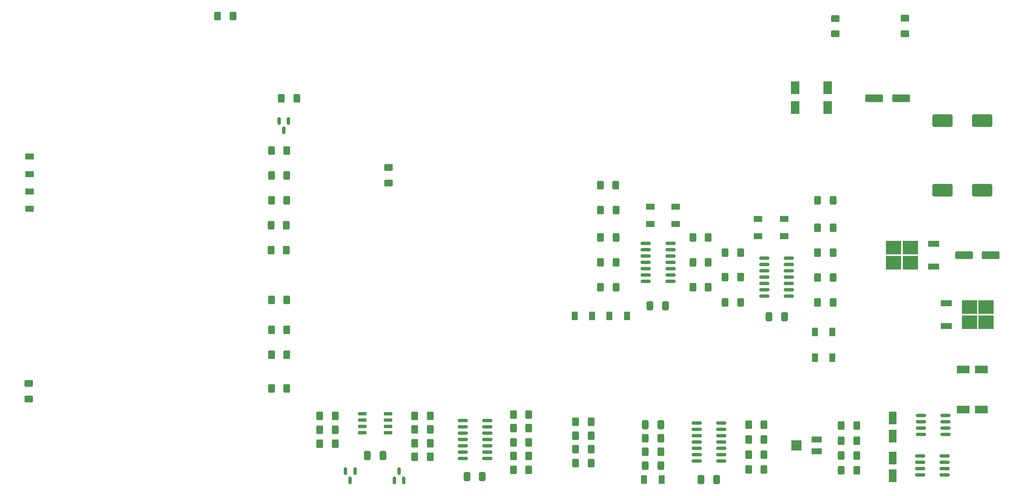
<source format=gbr>
%TF.GenerationSoftware,KiCad,Pcbnew,6.0.6-3a73a75311~116~ubuntu21.10.1*%
%TF.CreationDate,2022-09-23T00:03:14+02:00*%
%TF.ProjectId,polykit-x-monosynth,706f6c79-6b69-4742-9d78-2d6d6f6e6f73,v0.0.2*%
%TF.SameCoordinates,Original*%
%TF.FileFunction,Paste,Top*%
%TF.FilePolarity,Positive*%
%FSLAX46Y46*%
G04 Gerber Fmt 4.6, Leading zero omitted, Abs format (unit mm)*
G04 Created by KiCad (PCBNEW 6.0.6-3a73a75311~116~ubuntu21.10.1) date 2022-09-23 00:03:14*
%MOMM*%
%LPD*%
G01*
G04 APERTURE LIST*
G04 Aperture macros list*
%AMRoundRect*
0 Rectangle with rounded corners*
0 $1 Rounding radius*
0 $2 $3 $4 $5 $6 $7 $8 $9 X,Y pos of 4 corners*
0 Add a 4 corners polygon primitive as box body*
4,1,4,$2,$3,$4,$5,$6,$7,$8,$9,$2,$3,0*
0 Add four circle primitives for the rounded corners*
1,1,$1+$1,$2,$3*
1,1,$1+$1,$4,$5*
1,1,$1+$1,$6,$7*
1,1,$1+$1,$8,$9*
0 Add four rect primitives between the rounded corners*
20,1,$1+$1,$2,$3,$4,$5,0*
20,1,$1+$1,$4,$5,$6,$7,0*
20,1,$1+$1,$6,$7,$8,$9,0*
20,1,$1+$1,$8,$9,$2,$3,0*%
G04 Aperture macros list end*
%ADD10RoundRect,0.250000X0.625000X-0.400000X0.625000X0.400000X-0.625000X0.400000X-0.625000X-0.400000X0*%
%ADD11RoundRect,0.250000X-0.400000X-0.625000X0.400000X-0.625000X0.400000X0.625000X-0.400000X0.625000X0*%
%ADD12RoundRect,0.250000X-0.550000X1.050000X-0.550000X-1.050000X0.550000X-1.050000X0.550000X1.050000X0*%
%ADD13RoundRect,0.250000X-0.412500X-0.650000X0.412500X-0.650000X0.412500X0.650000X-0.412500X0.650000X0*%
%ADD14RoundRect,0.250000X0.400000X0.625000X-0.400000X0.625000X-0.400000X-0.625000X0.400000X-0.625000X0*%
%ADD15RoundRect,0.250000X0.412500X0.650000X-0.412500X0.650000X-0.412500X-0.650000X0.412500X-0.650000X0*%
%ADD16RoundRect,0.150000X-0.150000X0.587500X-0.150000X-0.587500X0.150000X-0.587500X0.150000X0.587500X0*%
%ADD17RoundRect,0.150000X-0.825000X-0.150000X0.825000X-0.150000X0.825000X0.150000X-0.825000X0.150000X0*%
%ADD18R,1.700000X1.300000*%
%ADD19R,3.050000X2.750000*%
%ADD20R,2.200000X1.200000*%
%ADD21R,1.300000X1.700000*%
%ADD22RoundRect,0.150000X0.150000X-0.587500X0.150000X0.587500X-0.150000X0.587500X-0.150000X-0.587500X0*%
%ADD23R,2.000000X1.300000*%
%ADD24R,2.000000X2.000000*%
%ADD25R,1.800000X2.500000*%
%ADD26RoundRect,0.150000X-0.725000X-0.150000X0.725000X-0.150000X0.725000X0.150000X-0.725000X0.150000X0*%
%ADD27RoundRect,0.250000X-1.500000X-0.550000X1.500000X-0.550000X1.500000X0.550000X-1.500000X0.550000X0*%
%ADD28RoundRect,0.250000X1.050000X0.550000X-1.050000X0.550000X-1.050000X-0.550000X1.050000X-0.550000X0*%
%ADD29RoundRect,0.250000X-1.050000X-0.550000X1.050000X-0.550000X1.050000X0.550000X-1.050000X0.550000X0*%
%ADD30RoundRect,0.250000X0.550000X-1.050000X0.550000X1.050000X-0.550000X1.050000X-0.550000X-1.050000X0*%
%ADD31RoundRect,0.250000X1.750000X1.000000X-1.750000X1.000000X-1.750000X-1.000000X1.750000X-1.000000X0*%
%ADD32RoundRect,0.250000X-1.750000X-1.000000X1.750000X-1.000000X1.750000X1.000000X-1.750000X1.000000X0*%
G04 APERTURE END LIST*
D10*
%TO.C,R2*%
X54800000Y-143900000D03*
X54800000Y-140800000D03*
%TD*%
D11*
%TO.C,R5*%
X103450000Y-94000000D03*
X106550000Y-94000000D03*
%TD*%
D12*
%TO.C,C7*%
X228000000Y-155750000D03*
X228000000Y-159350000D03*
%TD*%
D13*
%TO.C,C11*%
X203187500Y-127400000D03*
X206312500Y-127400000D03*
%TD*%
D14*
%TO.C,R22*%
X216050000Y-104000000D03*
X212950000Y-104000000D03*
%TD*%
D11*
%TO.C,R19*%
X164450000Y-151250000D03*
X167550000Y-151250000D03*
%TD*%
D14*
%TO.C,R45*%
X106550000Y-130000000D03*
X103450000Y-130000000D03*
%TD*%
D15*
%TO.C,C9*%
X181512500Y-149025000D03*
X178387500Y-149025000D03*
%TD*%
D16*
%TO.C,Q2*%
X120200000Y-158362500D03*
X118300000Y-158362500D03*
X119250000Y-160237500D03*
%TD*%
%TO.C,Q1*%
X106900000Y-88062500D03*
X105000000Y-88062500D03*
X105950000Y-89937500D03*
%TD*%
D11*
%TO.C,R1*%
X105450000Y-83500000D03*
X108550000Y-83500000D03*
%TD*%
%TO.C,R47*%
X113160000Y-150050000D03*
X116260000Y-150050000D03*
%TD*%
%TO.C,R43*%
X92650000Y-67000000D03*
X95750000Y-67000000D03*
%TD*%
D17*
%TO.C,U8*%
X141800000Y-148230000D03*
X141800000Y-149500000D03*
X141800000Y-150770000D03*
X141800000Y-152040000D03*
X141800000Y-153310000D03*
X141800000Y-154580000D03*
X141800000Y-155850000D03*
X146750000Y-155850000D03*
X146750000Y-154580000D03*
X146750000Y-153310000D03*
X146750000Y-152040000D03*
X146750000Y-150770000D03*
X146750000Y-149500000D03*
X146750000Y-148230000D03*
%TD*%
D18*
%TO.C,D14*%
X55000000Y-105750000D03*
X55000000Y-102250000D03*
%TD*%
D11*
%TO.C,R13*%
X199125000Y-155040000D03*
X202225000Y-155040000D03*
%TD*%
D14*
%TO.C,R52*%
X155050000Y-152600000D03*
X151950000Y-152600000D03*
%TD*%
D11*
%TO.C,R16*%
X164450000Y-156750000D03*
X167550000Y-156750000D03*
%TD*%
D10*
%TO.C,R4*%
X230500000Y-70550000D03*
X230500000Y-67450000D03*
%TD*%
D14*
%TO.C,R18*%
X167550000Y-154000000D03*
X164450000Y-154000000D03*
%TD*%
D19*
%TO.C,U1*%
X246775000Y-125475000D03*
X243425000Y-125475000D03*
X246775000Y-128525000D03*
X243425000Y-128525000D03*
D20*
X238800000Y-124720000D03*
X238800000Y-129280000D03*
%TD*%
D21*
%TO.C,D13*%
X212450000Y-130400000D03*
X215950000Y-130400000D03*
%TD*%
D22*
%TO.C,Q3*%
X128075000Y-160262500D03*
X129975000Y-160262500D03*
X129025000Y-158387500D03*
%TD*%
D18*
%TO.C,D6*%
X201000000Y-107750000D03*
X201000000Y-111250000D03*
%TD*%
D14*
%TO.C,R57*%
X155050000Y-147000000D03*
X151950000Y-147000000D03*
%TD*%
D11*
%TO.C,R12*%
X199125000Y-152040000D03*
X202225000Y-152040000D03*
%TD*%
D14*
%TO.C,R58*%
X106550000Y-124000000D03*
X103450000Y-124000000D03*
%TD*%
D21*
%TO.C,D12*%
X212450000Y-135600000D03*
X215950000Y-135600000D03*
%TD*%
D23*
%TO.C,RV3*%
X212750000Y-154368500D03*
D24*
X208750000Y-153218500D03*
D23*
X212750000Y-152068500D03*
%TD*%
D11*
%TO.C,R11*%
X178400000Y-154500000D03*
X181500000Y-154500000D03*
%TD*%
%TO.C,R38*%
X187950000Y-116500000D03*
X191050000Y-116500000D03*
%TD*%
D10*
%TO.C,R42*%
X126900000Y-100550000D03*
X126900000Y-97450000D03*
%TD*%
D11*
%TO.C,R10*%
X178425000Y-151750000D03*
X181525000Y-151750000D03*
%TD*%
%TO.C,R24*%
X194450000Y-114500000D03*
X197550000Y-114500000D03*
%TD*%
%TO.C,R50*%
X132200000Y-152750000D03*
X135300000Y-152750000D03*
%TD*%
%TO.C,R54*%
X132200000Y-147250000D03*
X135300000Y-147250000D03*
%TD*%
%TO.C,R21*%
X103450000Y-141750000D03*
X106550000Y-141750000D03*
%TD*%
%TO.C,R23*%
X103350000Y-114000000D03*
X106450000Y-114000000D03*
%TD*%
D19*
%TO.C,U2*%
X228225000Y-113475000D03*
X228225000Y-116525000D03*
X231575000Y-116525000D03*
X231575000Y-113475000D03*
D20*
X236200000Y-117280000D03*
X236200000Y-112720000D03*
%TD*%
D18*
%TO.C,D10*%
X184500000Y-105250000D03*
X184500000Y-108750000D03*
%TD*%
D13*
%TO.C,C10*%
X189612500Y-160040000D03*
X192737500Y-160040000D03*
%TD*%
D11*
%TO.C,R17*%
X164450000Y-148500000D03*
X167550000Y-148500000D03*
%TD*%
D25*
%TO.C,D2*%
X215000000Y-81400000D03*
X215000000Y-85400000D03*
%TD*%
D11*
%TO.C,R26*%
X194450000Y-124500000D03*
X197550000Y-124500000D03*
%TD*%
D26*
%TO.C,U9*%
X121675000Y-146845000D03*
X121675000Y-148115000D03*
X121675000Y-149385000D03*
X121675000Y-150655000D03*
X126825000Y-150655000D03*
X126825000Y-149385000D03*
X126825000Y-148115000D03*
X126825000Y-146845000D03*
%TD*%
D11*
%TO.C,R14*%
X178400000Y-157250000D03*
X181500000Y-157250000D03*
%TD*%
D27*
%TO.C,C4*%
X224300000Y-83500000D03*
X229700000Y-83500000D03*
%TD*%
D11*
%TO.C,R48*%
X113150000Y-152880000D03*
X116250000Y-152880000D03*
%TD*%
%TO.C,R34*%
X212950000Y-124500000D03*
X216050000Y-124500000D03*
%TD*%
D14*
%TO.C,R56*%
X155050000Y-149750000D03*
X151950000Y-149750000D03*
%TD*%
D10*
%TO.C,R3*%
X216500000Y-70600000D03*
X216500000Y-67500000D03*
%TD*%
D28*
%TO.C,C6*%
X245800000Y-146000000D03*
X242200000Y-146000000D03*
%TD*%
D11*
%TO.C,R51*%
X132200000Y-150000000D03*
X135300000Y-150000000D03*
%TD*%
%TO.C,R32*%
X103450000Y-99000000D03*
X106550000Y-99000000D03*
%TD*%
D18*
%TO.C,D15*%
X55000000Y-98750000D03*
X55000000Y-95250000D03*
%TD*%
%TO.C,D11*%
X179400000Y-108750000D03*
X179400000Y-105250000D03*
%TD*%
D11*
%TO.C,R28*%
X103450000Y-104000000D03*
X106550000Y-104000000D03*
%TD*%
%TO.C,R35*%
X187950000Y-121500000D03*
X191050000Y-121500000D03*
%TD*%
D14*
%TO.C,R49*%
X135300000Y-155500000D03*
X132200000Y-155500000D03*
%TD*%
D21*
%TO.C,D4*%
X178180000Y-160110000D03*
X181680000Y-160110000D03*
%TD*%
D14*
%TO.C,R41*%
X191050000Y-111500000D03*
X187950000Y-111500000D03*
%TD*%
%TO.C,R8*%
X220800000Y-152250000D03*
X217700000Y-152250000D03*
%TD*%
%TO.C,R27*%
X172550000Y-106000000D03*
X169450000Y-106000000D03*
%TD*%
D11*
%TO.C,R30*%
X103350000Y-109000000D03*
X106450000Y-109000000D03*
%TD*%
D17*
%TO.C,U4*%
X233675000Y-147195000D03*
X233675000Y-148465000D03*
X233675000Y-149735000D03*
X233675000Y-151005000D03*
X238625000Y-151005000D03*
X238625000Y-149735000D03*
X238625000Y-148465000D03*
X238625000Y-147195000D03*
%TD*%
D13*
%TO.C,C13*%
X142637500Y-159500000D03*
X145762500Y-159500000D03*
%TD*%
D14*
%TO.C,R40*%
X216050000Y-114500000D03*
X212950000Y-114500000D03*
%TD*%
D29*
%TO.C,C5*%
X242200000Y-138000000D03*
X245800000Y-138000000D03*
%TD*%
D11*
%TO.C,R29*%
X212950000Y-109500000D03*
X216050000Y-109500000D03*
%TD*%
%TO.C,R7*%
X217700000Y-155250000D03*
X220800000Y-155250000D03*
%TD*%
%TO.C,R39*%
X169450000Y-121500000D03*
X172550000Y-121500000D03*
%TD*%
D17*
%TO.C,U5*%
X188700000Y-148730000D03*
X188700000Y-150000000D03*
X188700000Y-151270000D03*
X188700000Y-152540000D03*
X188700000Y-153810000D03*
X188700000Y-155080000D03*
X188700000Y-156350000D03*
X193650000Y-156350000D03*
X193650000Y-155080000D03*
X193650000Y-153810000D03*
X193650000Y-152540000D03*
X193650000Y-151270000D03*
X193650000Y-150000000D03*
X193650000Y-148730000D03*
%TD*%
%TO.C,U6*%
X202275000Y-115590000D03*
X202275000Y-116860000D03*
X202275000Y-118130000D03*
X202275000Y-119400000D03*
X202275000Y-120670000D03*
X202275000Y-121940000D03*
X202275000Y-123210000D03*
X207225000Y-123210000D03*
X207225000Y-121940000D03*
X207225000Y-120670000D03*
X207225000Y-119400000D03*
X207225000Y-118130000D03*
X207225000Y-116860000D03*
X207225000Y-115590000D03*
%TD*%
D30*
%TO.C,C8*%
X228000000Y-151350000D03*
X228000000Y-147750000D03*
%TD*%
D14*
%TO.C,R46*%
X106550000Y-135000000D03*
X103450000Y-135000000D03*
%TD*%
D11*
%TO.C,R44*%
X113150000Y-147280000D03*
X116250000Y-147280000D03*
%TD*%
D25*
%TO.C,D3*%
X208500000Y-81400000D03*
X208500000Y-85400000D03*
%TD*%
D11*
%TO.C,R31*%
X169400000Y-101000000D03*
X172500000Y-101000000D03*
%TD*%
D13*
%TO.C,C12*%
X179337500Y-125200000D03*
X182462500Y-125200000D03*
%TD*%
D14*
%TO.C,R53*%
X155050000Y-155350000D03*
X151950000Y-155350000D03*
%TD*%
D31*
%TO.C,C2*%
X246000000Y-102000000D03*
X238000000Y-102000000D03*
%TD*%
D17*
%TO.C,U7*%
X178525000Y-112690000D03*
X178525000Y-113960000D03*
X178525000Y-115230000D03*
X178525000Y-116500000D03*
X178525000Y-117770000D03*
X178525000Y-119040000D03*
X178525000Y-120310000D03*
X183475000Y-120310000D03*
X183475000Y-119040000D03*
X183475000Y-117770000D03*
X183475000Y-116500000D03*
X183475000Y-115230000D03*
X183475000Y-113960000D03*
X183475000Y-112690000D03*
%TD*%
D11*
%TO.C,R55*%
X151950000Y-158100000D03*
X155050000Y-158100000D03*
%TD*%
D18*
%TO.C,D7*%
X206300000Y-107750000D03*
X206300000Y-111250000D03*
%TD*%
D32*
%TO.C,C1*%
X238000000Y-88000000D03*
X246000000Y-88000000D03*
%TD*%
D27*
%TO.C,C3*%
X242300000Y-115000000D03*
X247700000Y-115000000D03*
%TD*%
D11*
%TO.C,R9*%
X217700000Y-149250000D03*
X220800000Y-149250000D03*
%TD*%
%TO.C,R20*%
X199125000Y-149040000D03*
X202225000Y-149040000D03*
%TD*%
D21*
%TO.C,D8*%
X164250000Y-127200000D03*
X167750000Y-127200000D03*
%TD*%
D11*
%TO.C,R25*%
X194450000Y-119400000D03*
X197550000Y-119400000D03*
%TD*%
%TO.C,R33*%
X169450000Y-111500000D03*
X172550000Y-111500000D03*
%TD*%
D14*
%TO.C,R6*%
X220800000Y-158250000D03*
X217700000Y-158250000D03*
%TD*%
D11*
%TO.C,R37*%
X212950000Y-119500000D03*
X216050000Y-119500000D03*
%TD*%
%TO.C,R15*%
X199125000Y-158040000D03*
X202225000Y-158040000D03*
%TD*%
D17*
%TO.C,U3*%
X233525000Y-155345000D03*
X233525000Y-156615000D03*
X233525000Y-157885000D03*
X233525000Y-159155000D03*
X238475000Y-159155000D03*
X238475000Y-157885000D03*
X238475000Y-156615000D03*
X238475000Y-155345000D03*
%TD*%
D15*
%TO.C,C14*%
X125812500Y-155250000D03*
X122687500Y-155250000D03*
%TD*%
D11*
%TO.C,R36*%
X169450000Y-116500000D03*
X172550000Y-116500000D03*
%TD*%
D21*
%TO.C,D9*%
X171250000Y-127200000D03*
X174750000Y-127200000D03*
%TD*%
M02*

</source>
